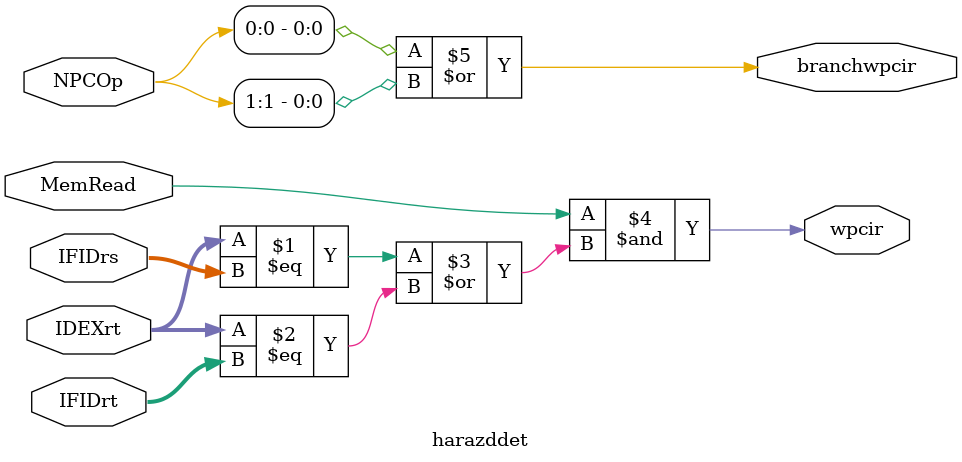
<source format=v>
module harazddet (IDEXrt, IFIDrs,IFIDrt, MemRead, NPCOp, wpcir, branchwpcir);
    
    input  [4:0]  IDEXrt;
    input  [4:0]  IFIDrs;
    input  [4:0]  IFIDrt;
    input         MemRead;
    input  [1:0]  NPCOp;

    output        wpcir;
    output        branchwpcir;

    assign wpcir = MemRead & ((IDEXrt == IFIDrs) | (IDEXrt == IFIDrt));
    assign branchwpcir = NPCOp[0] | NPCOp[1];


endmodule

</source>
